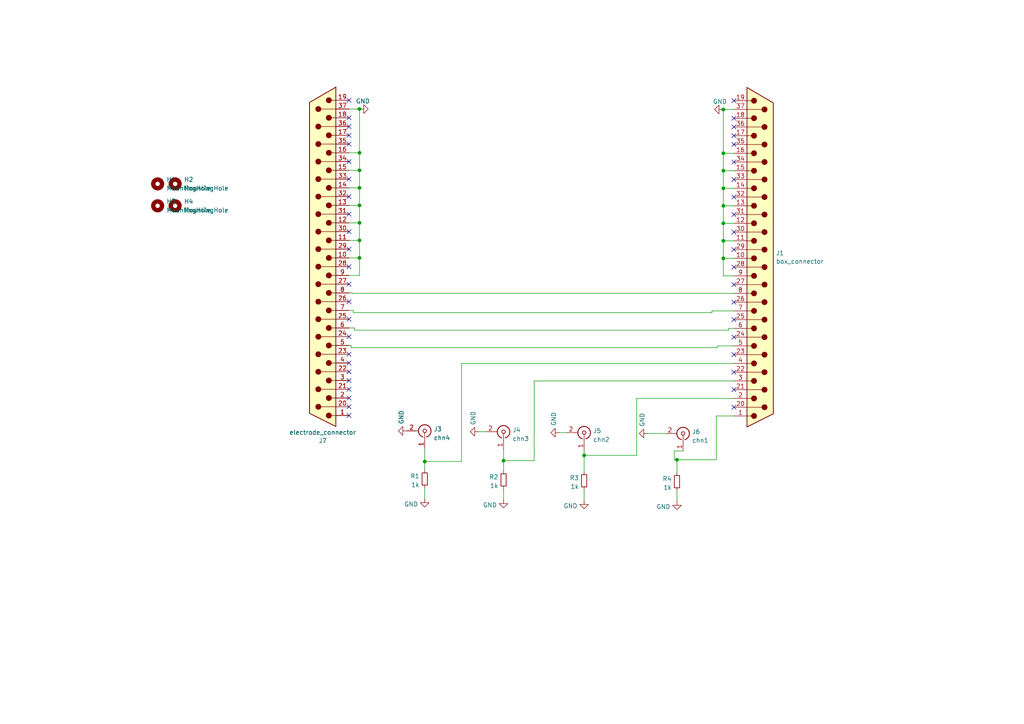
<source format=kicad_sch>
(kicad_sch (version 20230121) (generator eeschema)
  (paper "A4")
  (lib_symbols
    (symbol "Connector:Conn_Coaxial" (pin_names (offset 1.016) hide)
      (property "Reference" "J" (at 0.254 3.048 0))
      (property "Value" "Conn_Coaxial" (at 2.921 0 90))
      (symbol "Conn_Coaxial_0_1"
        (arc (start -1.778 -0.508) (mid 0.222 -1.808) (end 1.778 0) (stroke (width 0.254)))
        (polyline (pts (xy -2.54 0) (xy -0.508 0)))
        (polyline (pts (xy 0 -2.54) (xy 0 -1.778)))
        (circle (center 0 0) (radius 0.508) (stroke (width 0.2032)))
        (arc (start 1.778 0) (mid 0.2221 1.8083) (end -1.778 0.508) (stroke (width 0.254)))
      )
      (symbol "Conn_Coaxial_1_1"
        (pin passive line (at -5.08 0 0) (length 2.54) (name "In") (number "1"))
        (pin passive line (at 0 -5.08 90) (length 2.54) (name "Ext") (number "2"))
      )
    )
    (symbol "Connector:DB37_Male" (pin_names (offset 1.016) hide)
      (property "Reference" "J" (at 0 50.8 0))
      (property "Value" "DB37_Male" (at 0 -50.8 0))
      (symbol "DB37_Male_0_1"
        (circle (center -1.778 -45.72) (radius 0.762) (fill (type outline)))
        (circle (center -1.778 -40.64) (radius 0.762) (fill (type outline)))
        (circle (center -1.778 -35.56) (radius 0.762) (fill (type outline)))
        (circle (center -1.778 -30.48) (radius 0.762) (fill (type outline)))
        (circle (center -1.778 -25.4) (radius 0.762) (fill (type outline)))
        (circle (center -1.778 -20.32) (radius 0.762) (fill (type outline)))
        (circle (center -1.778 -15.24) (radius 0.762) (fill (type outline)))
        (circle (center -1.778 -10.16) (radius 0.762) (fill (type outline)))
        (circle (center -1.778 -5.08) (radius 0.762) (fill (type outline)))
        (circle (center -1.778 0) (radius 0.762) (fill (type outline)))
        (circle (center -1.778 5.08) (radius 0.762) (fill (type outline)))
        (circle (center -1.778 10.16) (radius 0.762) (fill (type outline)))
        (circle (center -1.778 15.24) (radius 0.762) (fill (type outline)))
        (circle (center -1.778 20.32) (radius 0.762) (fill (type outline)))
        (circle (center -1.778 25.4) (radius 0.762) (fill (type outline)))
        (circle (center -1.778 30.48) (radius 0.762) (fill (type outline)))
        (circle (center -1.778 35.56) (radius 0.762) (fill (type outline)))
        (circle (center -1.778 40.64) (radius 0.762) (fill (type outline)))
        (circle (center -1.778 45.72) (radius 0.762) (fill (type outline)))
        (polyline (pts (xy -3.81 -45.72) (xy -2.54 -45.72)))
        (polyline (pts (xy -3.81 -43.18) (xy 0.508 -43.18)))
        (polyline (pts (xy -3.81 -40.64) (xy -2.54 -40.64)))
        (polyline (pts (xy -3.81 -38.1) (xy 0.508 -38.1)))
        (polyline (pts (xy -3.81 -35.56) (xy -2.54 -35.56)))
        (polyline (pts (xy -3.81 -33.02) (xy 0.508 -33.02)))
        (polyline (pts (xy -3.81 -30.48) (xy -2.54 -30.48)))
        (polyline (pts (xy -3.81 -27.94) (xy 0.508 -27.94)))
        (polyline (pts (xy -3.81 -25.4) (xy -2.54 -25.4)))
        (polyline (pts (xy -3.81 -22.86) (xy 0.508 -22.86)))
        (polyline (pts (xy -3.81 -20.32) (xy -2.54 -20.32)))
        (polyline (pts (xy -3.81 -17.78) (xy 0.508 -17.78)))
        (polyline (pts (xy -3.81 -15.24) (xy -2.54 -15.24)))
        (polyline (pts (xy -3.81 -12.7) (xy 0.508 -12.7)))
        (polyline (pts (xy -3.81 -10.16) (xy -2.54 -10.16)))
        (polyline (pts (xy -3.81 -7.62) (xy 0.508 -7.62)))
        (polyline (pts (xy -3.81 -5.08) (xy -2.54 -5.08)))
        (polyline (pts (xy -3.81 -2.54) (xy 0.508 -2.54)))
        (polyline (pts (xy -3.81 0) (xy -2.54 0)))
        (polyline (pts (xy -3.81 2.54) (xy 0.508 2.54)))
        (polyline (pts (xy -3.81 5.08) (xy -2.54 5.08)))
        (polyline (pts (xy -3.81 7.62) (xy 0.508 7.62)))
        (polyline (pts (xy -3.81 10.16) (xy -2.54 10.16)))
        (polyline (pts (xy -3.81 12.7) (xy 0.508 12.7)))
        (polyline (pts (xy -3.81 15.24) (xy -2.54 15.24)))
        (polyline (pts (xy -3.81 17.78) (xy 0.508 17.78)))
        (polyline (pts (xy -3.81 20.32) (xy -2.54 20.32)))
        (polyline (pts (xy -3.81 22.86) (xy 0.508 22.86)))
        (polyline (pts (xy -3.81 25.4) (xy -2.54 25.4)))
        (polyline (pts (xy -3.81 27.94) (xy 0.508 27.94)))
        (polyline (pts (xy -3.81 30.48) (xy -2.54 30.48)))
        (polyline (pts (xy -3.81 33.02) (xy 0.508 33.02)))
        (polyline (pts (xy -3.81 35.56) (xy -2.54 35.56)))
        (polyline (pts (xy -3.81 38.1) (xy 0.508 38.1)))
        (polyline (pts (xy -3.81 40.64) (xy -2.54 40.64)))
        (polyline (pts (xy -3.81 43.18) (xy 0.508 43.18)))
        (polyline (pts (xy -3.81 45.72) (xy -2.54 45.72)))
        (polyline (pts (xy -3.81 49.53) (xy 3.81 45.085) (xy 3.81 -45.085) (xy -3.81 -48.895) (xy -3.81 49.53)) (stroke (width 0.254)) (fill (type background)))
        (circle (center 1.27 -43.18) (radius 0.762) (fill (type outline)))
        (circle (center 1.27 -38.1) (radius 0.762) (fill (type outline)))
        (circle (center 1.27 -33.02) (radius 0.762) (fill (type outline)))
        (circle (center 1.27 -27.94) (radius 0.762) (fill (type outline)))
        (circle (center 1.27 -22.86) (radius 0.762) (fill (type outline)))
        (circle (center 1.27 -17.78) (radius 0.762) (fill (type outline)))
        (circle (center 1.27 -12.7) (radius 0.762) (fill (type outline)))
        (circle (center 1.27 -7.62) (radius 0.762) (fill (type outline)))
        (circle (center 1.27 -2.54) (radius 0.762) (fill (type outline)))
        (circle (center 1.27 2.54) (radius 0.762) (fill (type outline)))
        (circle (center 1.27 7.62) (radius 0.762) (fill (type outline)))
        (circle (center 1.27 12.7) (radius 0.762) (fill (type outline)))
        (circle (center 1.27 17.78) (radius 0.762) (fill (type outline)))
        (circle (center 1.27 22.86) (radius 0.762) (fill (type outline)))
        (circle (center 1.27 27.94) (radius 0.762) (fill (type outline)))
        (circle (center 1.27 33.02) (radius 0.762) (fill (type outline)))
        (circle (center 1.27 38.1) (radius 0.762) (fill (type outline)))
        (circle (center 1.27 43.18) (radius 0.762) (fill (type outline)))
      )
      (symbol "DB37_Male_1_1"
        (pin passive line (at -7.62 -45.72 0) (length 3.81) (name "1") (number "1"))
        (pin passive line (at -7.62 0 0) (length 3.81) (name "10") (number "10"))
        (pin passive line (at -7.62 5.08 0) (length 3.81) (name "11") (number "11"))
        (pin passive line (at -7.62 10.16 0) (length 3.81) (name "12") (number "12"))
        (pin passive line (at -7.62 15.24 0) (length 3.81) (name "13") (number "13"))
        (pin passive line (at -7.62 20.32 0) (length 3.81) (name "14") (number "14"))
        (pin passive line (at -7.62 25.4 0) (length 3.81) (name "15") (number "15"))
        (pin passive line (at -7.62 30.48 0) (length 3.81) (name "16") (number "16"))
        (pin passive line (at -7.62 35.56 0) (length 3.81) (name "17") (number "17"))
        (pin passive line (at -7.62 40.64 0) (length 3.81) (name "18") (number "18"))
        (pin passive line (at -7.62 45.72 0) (length 3.81) (name "19") (number "19"))
        (pin passive line (at -7.62 -40.64 0) (length 3.81) (name "2") (number "2"))
        (pin passive line (at -7.62 -43.18 0) (length 3.81) (name "20") (number "20"))
        (pin passive line (at -7.62 -38.1 0) (length 3.81) (name "21") (number "21"))
        (pin passive line (at -7.62 -33.02 0) (length 3.81) (name "22") (number "22"))
        (pin passive line (at -7.62 -27.94 0) (length 3.81) (name "23") (number "23"))
        (pin passive line (at -7.62 -22.86 0) (length 3.81) (name "24") (number "24"))
        (pin passive line (at -7.62 -17.78 0) (length 3.81) (name "25") (number "25"))
        (pin passive line (at -7.62 -12.7 0) (length 3.81) (name "26") (number "26"))
        (pin passive line (at -7.62 -7.62 0) (length 3.81) (name "27") (number "27"))
        (pin passive line (at -7.62 -2.54 0) (length 3.81) (name "28") (number "28"))
        (pin passive line (at -7.62 2.54 0) (length 3.81) (name "29") (number "29"))
        (pin passive line (at -7.62 -35.56 0) (length 3.81) (name "3") (number "3"))
        (pin passive line (at -7.62 7.62 0) (length 3.81) (name "30") (number "30"))
        (pin passive line (at -7.62 12.7 0) (length 3.81) (name "31") (number "31"))
        (pin passive line (at -7.62 17.78 0) (length 3.81) (name "32") (number "32"))
        (pin passive line (at -7.62 22.86 0) (length 3.81) (name "33") (number "33"))
        (pin passive line (at -7.62 27.94 0) (length 3.81) (name "34") (number "34"))
        (pin passive line (at -7.62 33.02 0) (length 3.81) (name "35") (number "35"))
        (pin passive line (at -7.62 38.1 0) (length 3.81) (name "36") (number "36"))
        (pin passive line (at -7.62 43.18 0) (length 3.81) (name "37") (number "37"))
        (pin passive line (at -7.62 -30.48 0) (length 3.81) (name "4") (number "4"))
        (pin passive line (at -7.62 -25.4 0) (length 3.81) (name "5") (number "5"))
        (pin passive line (at -7.62 -20.32 0) (length 3.81) (name "6") (number "6"))
        (pin passive line (at -7.62 -15.24 0) (length 3.81) (name "7") (number "7"))
        (pin passive line (at -7.62 -10.16 0) (length 3.81) (name "8") (number "8"))
        (pin passive line (at -7.62 -5.08 0) (length 3.81) (name "9") (number "9"))
      )
    )
    (symbol "Device:R_Small" (pin_numbers hide) (pin_names (offset 0.254) hide)
      (property "Reference" "R" (at 0.762 0.508 0))
      (property "Value" "R_Small" (at 0.762 -1.016 0))
      (symbol "R_Small_0_1"
        (rectangle (start -0.762 1.778) (end 0.762 -1.778) (stroke (width 0.2032)))
      )
      (symbol "R_Small_1_1"
        (pin passive line (at 0 2.54 270) (length 0.762) (name "~") (number "1"))
        (pin passive line (at 0 -2.54 90) (length 0.762) (name "~") (number "2"))
      )
    )
    (symbol "Mechanical:MountingHole" (pin_names (offset 1.016))
      (property "Reference" "H" (at 0 5.08 0))
      (property "Value" "MountingHole" (at 0 3.175 0))
      (symbol "MountingHole_0_1"
        (circle (center 0 0) (radius 1.27) (stroke (width 1.27)))
      )
    )
    (symbol "power:GND" (power) (pin_names (offset 0))
      (property "Value" "GND" (at 0 -3.81 0))
      (symbol "GND_0_1"
        (polyline (pts (xy 0 0) (xy 0 -1.27) (xy 1.27 -1.27) (xy 0 -2.54) (xy -1.27 -1.27) (xy 0 -1.27)))
      )
      (symbol "GND_1_1"
        (pin power_in line (at 0 0 270) (length 0) hide (name "GND") (number "1"))
      )
    )
  )
  (junction (at 196.342 133.35))
  (junction (at 104.267 64.643))
  (junction (at 104.267 74.803))
  (junction (at 123.19 133.858))
  (junction (at 209.804 64.77))
  (junction (at 104.267 49.403))
  (junction (at 104.2416 31.623))
  (junction (at 209.804 74.93))
  (junction (at 104.267 69.723))
  (junction (at 209.804 54.61))
  (junction (at 104.267 54.483))
  (junction (at 169.418 132.08))
  (junction (at 104.267 44.323))
  (junction (at 209.804 59.69))
  (junction (at 209.804 49.53))
  (junction (at 209.804 69.85))
  (junction (at 146.05 133.604))
  (junction (at 104.267 59.563))
  (junction (at 209.804 44.45))
  (junction (at 209.804 31.75))
  (no_connect (at 101.219 110.363))
  (no_connect (at 101.219 39.243))
  (no_connect (at 212.852 39.37))
  (no_connect (at 212.852 41.91))
  (no_connect (at 212.852 36.83))
  (no_connect (at 212.852 57.15))
  (no_connect (at 212.852 62.23))
  (no_connect (at 212.852 46.99))
  (no_connect (at 212.852 52.07))
  (no_connect (at 212.852 77.47))
  (no_connect (at 212.852 87.63))
  (no_connect (at 212.852 92.71))
  (no_connect (at 212.852 82.55))
  (no_connect (at 212.852 67.31))
  (no_connect (at 212.852 72.39))
  (no_connect (at 101.219 57.023))
  (no_connect (at 101.219 115.443))
  (no_connect (at 101.219 82.423))
  (no_connect (at 101.219 92.583))
  (no_connect (at 101.219 112.903))
  (no_connect (at 101.219 117.983))
  (no_connect (at 101.219 46.863))
  (no_connect (at 101.219 34.163))
  (no_connect (at 101.219 97.663))
  (no_connect (at 212.852 34.29))
  (no_connect (at 101.219 29.083))
  (no_connect (at 101.219 120.523))
  (no_connect (at 101.219 36.703))
  (no_connect (at 101.219 67.183))
  (no_connect (at 212.852 97.79))
  (no_connect (at 212.852 118.11))
  (no_connect (at 212.852 113.03))
  (no_connect (at 212.852 107.95))
  (no_connect (at 212.852 102.87))
  (no_connect (at 101.219 102.743))
  (no_connect (at 101.219 87.503))
  (no_connect (at 101.219 51.943))
  (no_connect (at 212.852 29.21))
  (no_connect (at 101.219 77.343))
  (no_connect (at 101.219 107.823))
  (no_connect (at 101.219 41.783))
  (no_connect (at 101.219 72.263))
  (no_connect (at 101.219 62.103))
  (no_connect (at 101.219 105.283))
  (wire (pts (xy 209.804 49.53) (xy 209.804 44.45)))
  (wire (pts (xy 184.658 115.57) (xy 184.658 132.08)))
  (wire (pts (xy 146.05 133.604) (xy 146.05 130.302)))
  (wire (pts (xy 101.219 90.043) (xy 102.489 90.043)))
  (wire (pts (xy 102.489 90.043) (xy 102.489 90.678)))
  (wire (pts (xy 104.267 69.723) (xy 101.219 69.723)))
  (wire (pts (xy 133.858 105.41) (xy 133.858 133.858)))
  (wire (pts (xy 104.267 64.643) (xy 104.267 69.723)))
  (wire (pts (xy 212.852 115.57) (xy 184.658 115.57)))
  (wire (pts (xy 154.94 110.49) (xy 154.94 133.604)))
  (wire (pts (xy 209.804 31.75) (xy 212.852 31.75)))
  (wire (pts (xy 133.858 133.858) (xy 123.19 133.858)))
  (wire (pts (xy 206.502 90.678) (xy 206.502 90.17)))
  (wire (pts (xy 102.87 95.758) (xy 211.328 95.758)))
  (wire (pts (xy 187.96 125.73) (xy 193.04 125.73)))
  (wire (pts (xy 104.267 69.723) (xy 104.267 74.803)))
  (wire (pts (xy 101.219 84.963) (xy 102.108 84.963)))
  (wire (pts (xy 209.804 69.85) (xy 209.804 74.93)))
  (wire (pts (xy 101.219 79.883) (xy 104.267 79.883)))
  (wire (pts (xy 207.772 120.65) (xy 207.772 133.35)))
  (wire (pts (xy 169.418 141.986) (xy 169.418 145.034)))
  (wire (pts (xy 212.852 120.65) (xy 207.772 120.65)))
  (wire (pts (xy 101.219 95.123) (xy 102.87 95.123)))
  (wire (pts (xy 169.418 136.906) (xy 169.418 132.08)))
  (wire (pts (xy 123.19 141.478) (xy 123.19 144.526)))
  (wire (pts (xy 102.87 95.123) (xy 102.87 95.758)))
  (wire (pts (xy 104.267 31.623) (xy 104.2416 31.623)))
  (wire (pts (xy 101.219 59.563) (xy 104.267 59.563)))
  (wire (pts (xy 211.328 95.758) (xy 211.328 95.25)))
  (wire (pts (xy 209.804 54.61) (xy 209.804 49.53)))
  (wire (pts (xy 195.58 133.35) (xy 196.342 133.35)))
  (wire (pts (xy 102.108 84.963) (xy 102.108 85.09)))
  (wire (pts (xy 102.108 85.09) (xy 212.852 85.09)))
  (wire (pts (xy 209.804 64.77) (xy 212.852 64.77)))
  (wire (pts (xy 146.05 136.652) (xy 146.05 133.604)))
  (wire (pts (xy 196.342 142.24) (xy 196.342 145.288)))
  (wire (pts (xy 104.267 74.803) (xy 104.267 79.883)))
  (wire (pts (xy 101.219 44.323) (xy 104.267 44.323)))
  (wire (pts (xy 211.328 95.25) (xy 212.852 95.25)))
  (wire (pts (xy 209.804 49.53) (xy 212.852 49.53)))
  (wire (pts (xy 206.502 90.17) (xy 212.852 90.17)))
  (wire (pts (xy 208.026 100.838) (xy 208.026 100.33)))
  (wire (pts (xy 209.804 64.77) (xy 209.804 69.85)))
  (wire (pts (xy 212.852 59.69) (xy 209.804 59.69)))
  (wire (pts (xy 209.804 54.61) (xy 212.852 54.61)))
  (wire (pts (xy 104.267 49.403) (xy 104.267 44.323)))
  (wire (pts (xy 209.804 74.93) (xy 209.804 80.01)))
  (wire (pts (xy 209.804 31.75) (xy 209.804 44.45)))
  (wire (pts (xy 104.2416 31.623) (xy 101.219 31.623)))
  (wire (pts (xy 196.342 133.35) (xy 207.772 133.35)))
  (wire (pts (xy 101.854 100.838) (xy 208.026 100.838)))
  (wire (pts (xy 104.267 54.483) (xy 104.267 49.403)))
  (wire (pts (xy 101.854 100.203) (xy 101.854 100.838)))
  (wire (pts (xy 104.267 74.803) (xy 101.219 74.803)))
  (wire (pts (xy 104.267 54.483) (xy 104.267 59.563)))
  (wire (pts (xy 104.267 44.323) (xy 104.267 31.623)))
  (wire (pts (xy 195.58 130.81) (xy 198.12 130.81)))
  (wire (pts (xy 208.026 100.33) (xy 212.852 100.33)))
  (wire (pts (xy 164.338 125.476) (xy 162.306 125.476)))
  (wire (pts (xy 196.342 137.16) (xy 196.342 133.35)))
  (wire (pts (xy 212.852 44.45) (xy 209.804 44.45)))
  (wire (pts (xy 101.219 100.203) (xy 101.854 100.203)))
  (wire (pts (xy 209.804 69.85) (xy 212.852 69.85)))
  (wire (pts (xy 209.804 54.61) (xy 209.804 59.69)))
  (wire (pts (xy 123.19 136.398) (xy 123.19 133.858)))
  (wire (pts (xy 104.267 49.403) (xy 101.219 49.403)))
  (wire (pts (xy 146.05 133.604) (xy 154.94 133.604)))
  (wire (pts (xy 102.489 90.678) (xy 206.502 90.678)))
  (wire (pts (xy 184.658 132.08) (xy 169.418 132.08)))
  (wire (pts (xy 140.97 125.222) (xy 138.938 125.222)))
  (wire (pts (xy 104.267 64.643) (xy 101.219 64.643)))
  (wire (pts (xy 209.804 74.93) (xy 212.852 74.93)))
  (wire (pts (xy 212.852 105.41) (xy 133.858 105.41)))
  (wire (pts (xy 104.267 54.483) (xy 101.219 54.483)))
  (wire (pts (xy 123.19 133.858) (xy 123.19 130.048)))
  (wire (pts (xy 146.05 141.732) (xy 146.05 144.78)))
  (wire (pts (xy 169.418 132.08) (xy 169.418 130.556)))
  (wire (pts (xy 195.58 130.81) (xy 195.58 133.35)))
  (wire (pts (xy 212.852 80.01) (xy 209.804 80.01)))
  (wire (pts (xy 209.804 59.69) (xy 209.804 64.77)))
  (wire (pts (xy 104.267 59.563) (xy 104.267 64.643)))
  (wire (pts (xy 212.852 110.49) (xy 154.94 110.49)))
  (symbol (lib_id "Device:R_Small") (at 169.418 139.446 0) (mirror y) (unit 1)
    (property "Reference" "R3" (at 167.9194 138.6113 0) (effects (justify left)))
    (property "Value" "1k" (at 167.9194 141.1482 0) (effects (justify left)))
    (property "Footprint" "Resistor_THT:R_Axial_DIN0309_L9.0mm_D3.2mm_P12.70mm_Horizontal" (effects hide))
  )
  (symbol (lib_id "Mechanical:MountingHole") (at 45.72 53.34 0) (unit 1)
    (property "Reference" "H1" (at 48.26 52.07 0) (effects (justify left)))
    (property "Value" "MountingHole" (at 48.26 54.61 0) (effects (justify left)))
    (property "Footprint" "MountingHole:MountingHole_3.2mm_M3" (effects hide))
  )
  (symbol (lib_id "Connector:Conn_Coaxial") (at 146.05 125.222 270) (mirror x) (unit 1)
    (property "Reference" "J4" (at 148.6386 124.7047 90) (effects (justify left)))
    (property "Value" "chn3" (at 148.6386 127.2416 90) (effects (justify left)))
    (property "Footprint" "Connector_Coaxial:BNC_Amphenol_B6252HB-NPP3G-50_Horizontal" (effects hide))
    (property "Datasheet" " ~" (effects hide))
  )
  (symbol (lib_id "power:GND") (at 162.306 125.476 270) (unit 1)
    (property "Reference" "#PWR05" (effects hide))
    (property "Value" "GND" (at 160.6022 123.571 0) (effects (justify right)))
  )
  (symbol (lib_id "power:GND") (at 196.342 145.288 0) (unit 1)
    (property "Reference" "#PWR010" (effects hide))
    (property "Value" "GND" (at 194.437 146.9918 0) (effects (justify right)))
  )
  (symbol (lib_id "Connector:Conn_Coaxial") (at 123.19 124.968 270) (mirror x) (unit 1)
    (property "Reference" "J3" (at 125.7786 124.4507 90) (effects (justify left)))
    (property "Value" "chn4" (at 125.7786 126.9876 90) (effects (justify left)))
    (property "Footprint" "Connector_Coaxial:BNC_Amphenol_B6252HB-NPP3G-50_Horizontal" (effects hide))
    (property "Datasheet" " ~" (effects hide))
  )
  (symbol (lib_id "Device:R_Small") (at 146.05 139.192 0) (mirror y) (unit 1)
    (property "Reference" "R2" (at 144.5514 138.3573 0) (effects (justify left)))
    (property "Value" "1k" (at 144.5514 140.8942 0) (effects (justify left)))
    (property "Footprint" "Resistor_THT:R_Axial_DIN0309_L9.0mm_D3.2mm_P12.70mm_Horizontal" (effects hide))
  )
  (symbol (lib_id "power:GND") (at 104.2416 31.623 90) (mirror x) (unit 1)
    (property "Reference" "#PWR02" (effects hide))
    (property "Value" "GND" (at 107.2896 29.337 90) (effects (justify left)))
  )
  (symbol (lib_id "Connector:DB37_Male") (at 220.472 74.93 0) (unit 1)
    (property "Reference" "J1" (at 225.044 73.4004 0) (effects (justify left)))
    (property "Value" "box_connector" (at 225.044 75.8246 0) (effects (justify left)))
    (property "Footprint" "Connector_Dsub:DSUB-37_Male_Horizontal_P2.77x2.54mm_EdgePinOffset9.40mm" (effects hide))
    (property "Datasheet" " ~" (effects hide))
  )
  (symbol (lib_id "Device:R_Small") (at 196.342 139.7 0) (mirror y) (unit 1)
    (property "Reference" "R4" (at 194.8434 138.8653 0) (effects (justify left)))
    (property "Value" "1k" (at 194.8434 141.4022 0) (effects (justify left)))
    (property "Footprint" "Resistor_THT:R_Axial_DIN0309_L9.0mm_D3.2mm_P12.70mm_Horizontal" (effects hide))
  )
  (symbol (lib_id "power:GND") (at 138.938 125.222 270) (unit 1)
    (property "Reference" "#PWR04" (effects hide))
    (property "Value" "GND" (at 137.2342 123.317 0) (effects (justify right)))
  )
  (symbol (lib_id "power:GND") (at 123.19 144.526 0) (unit 1)
    (property "Reference" "#PWR07" (effects hide))
    (property "Value" "GND" (at 121.285 146.2298 0) (effects (justify right)))
  )
  (symbol (lib_id "power:GND") (at 209.804 31.75 270) (unit 1)
    (property "Reference" "#PWR01" (effects hide))
    (property "Value" "GND" (at 206.756 29.464 90) (effects (justify left)))
  )
  (symbol (lib_id "power:GND") (at 169.418 145.034 0) (unit 1)
    (property "Reference" "#PWR09" (effects hide))
    (property "Value" "GND" (at 167.513 146.7378 0) (effects (justify right)))
  )
  (symbol (lib_id "Mechanical:MountingHole") (at 50.8 53.34 0) (unit 1)
    (property "Reference" "H2" (at 53.34 52.07 0) (effects (justify left)))
    (property "Value" "MountingHole" (at 53.34 54.61 0) (effects (justify left)))
    (property "Footprint" "MountingHole:MountingHole_3.2mm_M3" (effects hide))
  )
  (symbol (lib_id "power:GND") (at 187.96 125.73 270) (unit 1)
    (property "Reference" "#PWR06" (effects hide))
    (property "Value" "GND" (at 186.2562 123.825 0) (effects (justify right)))
  )
  (symbol (lib_id "Mechanical:MountingHole") (at 50.8 59.69 0) (unit 1)
    (property "Reference" "H4" (at 53.34 58.42 0) (effects (justify left)))
    (property "Value" "MountingHole" (at 53.34 60.96 0) (effects (justify left)))
    (property "Footprint" "MountingHole:MountingHole_3.2mm_M3" (effects hide))
  )
  (symbol (lib_id "Device:R_Small") (at 123.19 138.938 0) (mirror y) (unit 1)
    (property "Reference" "R1" (at 121.6914 138.1033 0) (effects (justify left)))
    (property "Value" "1k" (at 121.6914 140.6402 0) (effects (justify left)))
    (property "Footprint" "Resistor_THT:R_Axial_DIN0309_L9.0mm_D3.2mm_P12.70mm_Horizontal" (effects hide))
  )
  (symbol (lib_id "Connector:DB37_Male") (at 93.599 74.803 0) (mirror y) (unit 1)
    (property "Reference" "J7" (at 93.599 127.8423 0))
    (property "Value" "electrode_connector" (at 93.599 125.4181 0))
    (property "Footprint" "Connector_Dsub:DSUB-37_Female_Horizontal_P2.77x2.54mm_EdgePinOffset9.40mm" (effects hide))
    (property "Datasheet" " ~" (effects hide))
  )
  (symbol (lib_id "power:GND") (at 118.11 124.968 270) (unit 1)
    (property "Reference" "#PWR03" (effects hide))
    (property "Value" "GND" (at 116.4062 123.063 0) (effects (justify right)))
  )
  (symbol (lib_id "Connector:Conn_Coaxial") (at 198.12 125.73 270) (mirror x) (unit 1)
    (property "Reference" "J6" (at 200.7086 125.2127 90) (effects (justify left)))
    (property "Value" "chn1" (at 200.7086 127.7496 90) (effects (justify left)))
    (property "Footprint" "Connector_Coaxial:BNC_Amphenol_B6252HB-NPP3G-50_Horizontal" (effects hide))
    (property "Datasheet" " ~" (effects hide))
  )
  (symbol (lib_id "Connector:Conn_Coaxial") (at 169.418 125.476 270) (mirror x) (unit 1)
    (property "Reference" "J5" (at 172.0066 124.9587 90) (effects (justify left)))
    (property "Value" "chn2" (at 172.0066 127.4956 90) (effects (justify left)))
    (property "Footprint" "Connector_Coaxial:BNC_Amphenol_B6252HB-NPP3G-50_Horizontal" (effects hide))
    (property "Datasheet" " ~" (effects hide))
  )
  (symbol (lib_id "power:GND") (at 146.05 144.78 0) (unit 1)
    (property "Reference" "#PWR08" (effects hide))
    (property "Value" "GND" (at 144.145 146.4838 0) (effects (justify right)))
  )
  (symbol (lib_id "Mechanical:MountingHole") (at 45.72 59.69 0) (unit 1)
    (property "Reference" "H3" (at 48.26 58.42 0) (effects (justify left)))
    (property "Value" "MountingHole" (at 48.26 60.96 0) (effects (justify left)))
    (property "Footprint" "MountingHole:MountingHole_3.2mm_M3" (effects hide))
  )
)
</source>
